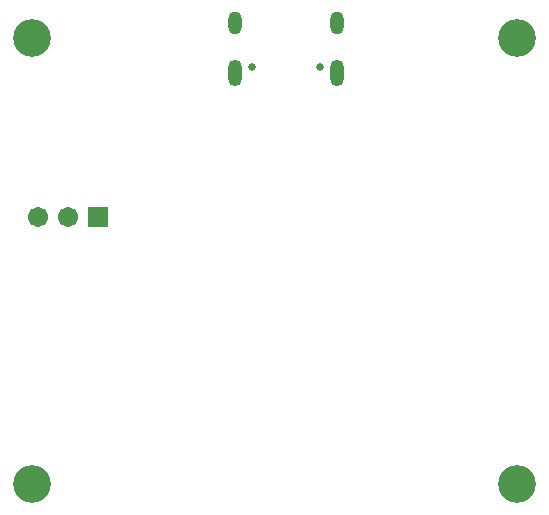
<source format=gbs>
G04 #@! TF.GenerationSoftware,KiCad,Pcbnew,7.0.5*
G04 #@! TF.CreationDate,2024-02-26T21:12:57+02:00*
G04 #@! TF.ProjectId,WTP_receiver,5754505f-7265-4636-9569-7665722e6b69,rev?*
G04 #@! TF.SameCoordinates,Original*
G04 #@! TF.FileFunction,Soldermask,Bot*
G04 #@! TF.FilePolarity,Negative*
%FSLAX46Y46*%
G04 Gerber Fmt 4.6, Leading zero omitted, Abs format (unit mm)*
G04 Created by KiCad (PCBNEW 7.0.5) date 2024-02-26 21:12:57*
%MOMM*%
%LPD*%
G01*
G04 APERTURE LIST*
G04 Aperture macros list*
%AMRoundRect*
0 Rectangle with rounded corners*
0 $1 Rounding radius*
0 $2 $3 $4 $5 $6 $7 $8 $9 X,Y pos of 4 corners*
0 Add a 4 corners polygon primitive as box body*
4,1,4,$2,$3,$4,$5,$6,$7,$8,$9,$2,$3,0*
0 Add four circle primitives for the rounded corners*
1,1,$1+$1,$2,$3*
1,1,$1+$1,$4,$5*
1,1,$1+$1,$6,$7*
1,1,$1+$1,$8,$9*
0 Add four rect primitives between the rounded corners*
20,1,$1+$1,$2,$3,$4,$5,0*
20,1,$1+$1,$4,$5,$6,$7,0*
20,1,$1+$1,$6,$7,$8,$9,0*
20,1,$1+$1,$8,$9,$2,$3,0*%
G04 Aperture macros list end*
%ADD10O,1.154000X1.954000*%
%ADD11O,1.154000X2.254000*%
%ADD12C,0.650000*%
%ADD13RoundRect,0.102000X-0.754000X0.754000X-0.754000X-0.754000X0.754000X-0.754000X0.754000X0.754000X0*%
%ADD14C,1.712000*%
%ADD15C,3.200000*%
G04 APERTURE END LIST*
D10*
X77600000Y-18500000D03*
X86250000Y-18500000D03*
D11*
X77600000Y-22700000D03*
X86250000Y-22700000D03*
D12*
X79035000Y-22180000D03*
X84815000Y-22180000D03*
D13*
X66000000Y-34873000D03*
D14*
X63460000Y-34873000D03*
X60920000Y-34873000D03*
D15*
X60400000Y-57500000D03*
X60400000Y-19750000D03*
X101500000Y-57500000D03*
X101500000Y-19750000D03*
M02*

</source>
